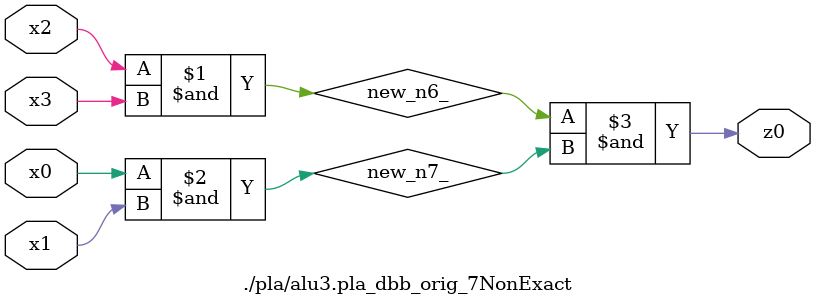
<source format=v>

module \./pla/alu3.pla_dbb_orig_7NonExact  ( 
    x0, x1, x2, x3,
    z0  );
  input  x0, x1, x2, x3;
  output z0;
  wire new_n6_, new_n7_;
  assign new_n6_ = x2 & x3;
  assign new_n7_ = x0 & x1;
  assign z0 = new_n6_ & new_n7_;
endmodule



</source>
